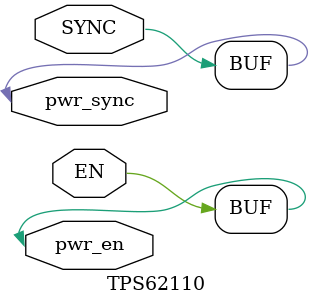
<source format=v>
module TPS62110 (inout EN,inout SYNC
,pwr_sync
,pwr_en
);
// pin    EN is         IO_L7N_T1_32 bank  32 bus_digitizer_U33U1[1]       AA15
// pin  SYNC is         IO_L7P_T1_32 bank  32 bus_digitizer_U33U1[0]       AA14
assign SYNC=pwr_sync;
assign EN=pwr_en;
endmodule


</source>
